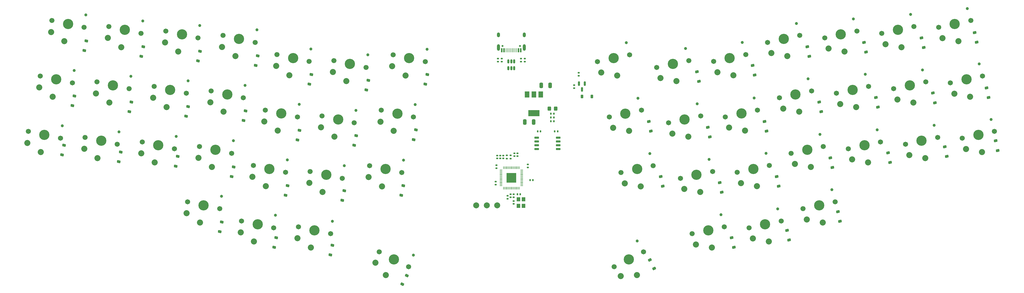
<source format=gbr>
%TF.GenerationSoftware,KiCad,Pcbnew,7.0.2*%
%TF.CreationDate,2024-09-14T12:10:16+10:00*%
%TF.ProjectId,keyboard,6b657962-6f61-4726-942e-6b696361645f,v1.0.0*%
%TF.SameCoordinates,Original*%
%TF.FileFunction,Soldermask,Bot*%
%TF.FilePolarity,Negative*%
%FSLAX46Y46*%
G04 Gerber Fmt 4.6, Leading zero omitted, Abs format (unit mm)*
G04 Created by KiCad (PCBNEW 7.0.2) date 2024-09-14 12:10:16*
%MOMM*%
%LPD*%
G01*
G04 APERTURE LIST*
G04 Aperture macros list*
%AMRoundRect*
0 Rectangle with rounded corners*
0 $1 Rounding radius*
0 $2 $3 $4 $5 $6 $7 $8 $9 X,Y pos of 4 corners*
0 Add a 4 corners polygon primitive as box body*
4,1,4,$2,$3,$4,$5,$6,$7,$8,$9,$2,$3,0*
0 Add four circle primitives for the rounded corners*
1,1,$1+$1,$2,$3*
1,1,$1+$1,$4,$5*
1,1,$1+$1,$6,$7*
1,1,$1+$1,$8,$9*
0 Add four rect primitives between the rounded corners*
20,1,$1+$1,$2,$3,$4,$5,0*
20,1,$1+$1,$4,$5,$6,$7,0*
20,1,$1+$1,$6,$7,$8,$9,0*
20,1,$1+$1,$8,$9,$2,$3,0*%
G04 Aperture macros list end*
%ADD10C,1.701800*%
%ADD11C,3.429000*%
%ADD12C,0.990600*%
%ADD13C,2.032000*%
%ADD14RoundRect,0.225000X-0.231980X0.370723X-0.436275X-0.030230X0.231980X-0.370723X0.436275X0.030230X0*%
%ADD15RoundRect,0.135000X-0.135000X-0.185000X0.135000X-0.185000X0.135000X0.185000X-0.135000X0.185000X0*%
%ADD16RoundRect,0.225000X0.413585X-0.142116X0.320025X0.298050X-0.413585X0.142116X-0.320025X-0.298050X0*%
%ADD17RoundRect,0.140000X0.170000X-0.140000X0.170000X0.140000X-0.170000X0.140000X-0.170000X-0.140000X0*%
%ADD18RoundRect,0.225000X-0.436275X0.030230X-0.231980X-0.370723X0.436275X-0.030230X0.231980X0.370723X0*%
%ADD19C,0.650000*%
%ADD20R,0.250000X1.450000*%
%ADD21R,0.300000X1.450000*%
%ADD22RoundRect,0.500000X0.000000X-0.300000X0.000000X-0.300000X0.000000X0.300000X0.000000X0.300000X0*%
%ADD23RoundRect,0.500000X0.000000X-0.600000X0.000000X-0.600000X0.000000X0.600000X0.000000X0.600000X0*%
%ADD24RoundRect,0.225000X0.320025X-0.298050X0.413585X0.142116X-0.320025X0.298050X-0.413585X-0.142116X0*%
%ADD25RoundRect,0.140000X0.140000X0.170000X-0.140000X0.170000X-0.140000X-0.170000X0.140000X-0.170000X0*%
%ADD26RoundRect,0.150000X0.650000X0.150000X-0.650000X0.150000X-0.650000X-0.150000X0.650000X-0.150000X0*%
%ADD27RoundRect,0.135000X-0.185000X0.135000X-0.185000X-0.135000X0.185000X-0.135000X0.185000X0.135000X0*%
%ADD28RoundRect,0.050000X0.387500X0.050000X-0.387500X0.050000X-0.387500X-0.050000X0.387500X-0.050000X0*%
%ADD29RoundRect,0.050000X0.050000X0.387500X-0.050000X0.387500X-0.050000X-0.387500X0.050000X-0.387500X0*%
%ADD30R,3.200000X3.200000*%
%ADD31RoundRect,0.225000X-0.320025X0.298050X-0.413585X-0.142116X0.320025X-0.298050X0.413585X0.142116X0*%
%ADD32RoundRect,0.250000X0.325000X0.650000X-0.325000X0.650000X-0.325000X-0.650000X0.325000X-0.650000X0*%
%ADD33RoundRect,0.250000X-0.325000X-0.450000X0.325000X-0.450000X0.325000X0.450000X-0.325000X0.450000X0*%
%ADD34RoundRect,0.225000X-0.413585X0.142116X-0.320025X-0.298050X0.413585X-0.142116X0.320025X0.298050X0*%
%ADD35RoundRect,0.140000X-0.170000X0.140000X-0.170000X-0.140000X0.170000X-0.140000X0.170000X0.140000X0*%
%ADD36RoundRect,0.225000X0.225000X0.375000X-0.225000X0.375000X-0.225000X-0.375000X0.225000X-0.375000X0*%
%ADD37C,2.000000*%
%ADD38RoundRect,0.150000X-0.150000X0.587500X-0.150000X-0.587500X0.150000X-0.587500X0.150000X0.587500X0*%
%ADD39RoundRect,0.135000X0.135000X0.185000X-0.135000X0.185000X-0.135000X-0.185000X0.135000X-0.185000X0*%
%ADD40R,1.200000X1.400000*%
%ADD41RoundRect,0.135000X0.185000X-0.135000X0.185000X0.135000X-0.185000X0.135000X-0.185000X-0.135000X0*%
%ADD42RoundRect,0.250000X-0.325000X-0.650000X0.325000X-0.650000X0.325000X0.650000X-0.325000X0.650000X0*%
%ADD43RoundRect,0.150000X-0.150000X0.512500X-0.150000X-0.512500X0.150000X-0.512500X0.150000X0.512500X0*%
%ADD44R,1.500000X2.000000*%
%ADD45R,3.800000X2.000000*%
%ADD46RoundRect,0.140000X-0.140000X-0.170000X0.140000X-0.170000X0.140000X0.170000X-0.140000X0.170000X0*%
G04 APERTURE END LIST*
D10*
%TO.C,SW41*%
X309997889Y-159127805D03*
D11*
X315377701Y-157984291D03*
D12*
X319610402Y-152790772D03*
D10*
X320757513Y-156840777D03*
D13*
X316604380Y-163755362D03*
X311277027Y-162740810D03*
%TD*%
D10*
%TO.C,SW38*%
X298146922Y-103373392D03*
D11*
X303526734Y-102229878D03*
D12*
X307759435Y-97036359D03*
D10*
X308906546Y-101086364D03*
D13*
X304753413Y-108000949D03*
X299426060Y-106986397D03*
%TD*%
D10*
%TO.C,SW47*%
X344256734Y-137533094D03*
D11*
X349636546Y-136389580D03*
D12*
X353869247Y-131196061D03*
D10*
X355016358Y-135246066D03*
D13*
X350863225Y-142160651D03*
X345535872Y-141146099D03*
%TD*%
D10*
%TO.C,SW50*%
X363257362Y-135539067D03*
D11*
X368637174Y-134395553D03*
D12*
X372869875Y-129202034D03*
D10*
X374016986Y-133252039D03*
D13*
X369863853Y-140166624D03*
X364536500Y-139152072D03*
%TD*%
D10*
%TO.C,SW49*%
X359307039Y-116954263D03*
D11*
X364686851Y-115810749D03*
D12*
X368919552Y-110617230D03*
D10*
X370066663Y-114667235D03*
D13*
X365913530Y-121581820D03*
X360586177Y-120567268D03*
%TD*%
D10*
%TO.C,SW26*%
X168266065Y-173611179D03*
D11*
X173166601Y-176108127D03*
D12*
X179724415Y-174735730D03*
D10*
X178067137Y-178605075D03*
D13*
X170488057Y-181365065D03*
X166986404Y-177223999D03*
%TD*%
D10*
%TO.C,SW32*%
X268981913Y-148932719D03*
D11*
X274361725Y-147789205D03*
D12*
X278594426Y-142595686D03*
D10*
X279741537Y-146645691D03*
D13*
X275588404Y-153560276D03*
X270261051Y-152545724D03*
%TD*%
D10*
%TO.C,SW1*%
X241248995Y-109844546D03*
D11*
X246628807Y-108701032D03*
D12*
X250861508Y-103507513D03*
D10*
X252008619Y-107557518D03*
D13*
X247855486Y-114472103D03*
X242528133Y-113457551D03*
%TD*%
D10*
%TO.C,SW16*%
X130130319Y-126066859D03*
D11*
X135510131Y-127210373D03*
D12*
X141489291Y-124187452D03*
D10*
X140889943Y-128353887D03*
D13*
X134283452Y-132981444D03*
X129829329Y-129887775D03*
%TD*%
D10*
%TO.C,SW6*%
X73856127Y-116661262D03*
D11*
X79235939Y-117804776D03*
D12*
X85215099Y-114781855D03*
D10*
X84615751Y-118948290D03*
D13*
X78009260Y-123575847D03*
X73555137Y-120482178D03*
%TD*%
D10*
%TO.C,SW15*%
X134080641Y-107482055D03*
D11*
X139460453Y-108625569D03*
D12*
X145439613Y-105602648D03*
D10*
X144840265Y-109769083D03*
D13*
X138233774Y-114396640D03*
X133779651Y-111302971D03*
%TD*%
D10*
%TO.C,SW8*%
X96911033Y-99581411D03*
D11*
X102290845Y-100724925D03*
D12*
X108270005Y-97702004D03*
D10*
X107670657Y-101868439D03*
D13*
X101064166Y-106495996D03*
X96610043Y-103402327D03*
%TD*%
D10*
%TO.C,SW45*%
X336356089Y-100363486D03*
D11*
X341735901Y-99219972D03*
D12*
X345968602Y-94026453D03*
D10*
X347115713Y-98076458D03*
D13*
X342962580Y-104991043D03*
X337635227Y-103976491D03*
%TD*%
D10*
%TO.C,SW42*%
X317251506Y-101868439D03*
D11*
X322631318Y-100724925D03*
D12*
X326864019Y-95531406D03*
D10*
X328011130Y-99581411D03*
D13*
X323857997Y-106495996D03*
X318530644Y-105481444D03*
%TD*%
D10*
%TO.C,SW4*%
X50905177Y-133252039D03*
D11*
X56284989Y-134395553D03*
D12*
X62264149Y-131372632D03*
D10*
X61664801Y-135539067D03*
D13*
X55058310Y-140166624D03*
X50604187Y-137072955D03*
%TD*%
D10*
%TO.C,SW13*%
X108114972Y-138255973D03*
D11*
X113494784Y-139399487D03*
D12*
X119473944Y-136376566D03*
D10*
X118874596Y-140543001D03*
D13*
X112268105Y-145170558D03*
X107813982Y-142076889D03*
%TD*%
D10*
%TO.C,SW2*%
X58805821Y-96082431D03*
D11*
X64185633Y-97225945D03*
D12*
X70164793Y-94203024D03*
D10*
X69565445Y-98369459D03*
D13*
X62958954Y-102997016D03*
X58504831Y-99903347D03*
%TD*%
D10*
%TO.C,SW22*%
X141230303Y-165230495D03*
D11*
X146610115Y-166374009D03*
D12*
X152589275Y-163351088D03*
D10*
X151989927Y-167517523D03*
D13*
X145383436Y-172145080D03*
X140929313Y-169051411D03*
%TD*%
D10*
%TO.C,SW25*%
X165012900Y-144727127D03*
D11*
X170392712Y-145870641D03*
D12*
X176371872Y-142847720D03*
D10*
X175772524Y-147014155D03*
D13*
X169166033Y-151641712D03*
X164711910Y-148548043D03*
%TD*%
D10*
%TO.C,SW36*%
X287982541Y-146938692D03*
D11*
X293362353Y-145795178D03*
D12*
X297595054Y-140601659D03*
D10*
X298742165Y-144651664D03*
D13*
X294589032Y-151566249D03*
X289261679Y-150551697D03*
%TD*%
D10*
%TO.C,SW24*%
X168963222Y-126142323D03*
D11*
X174343034Y-127285837D03*
D12*
X180322194Y-124262916D03*
D10*
X179722846Y-128429351D03*
D13*
X173116355Y-133056908D03*
X168662232Y-129963239D03*
%TD*%
D10*
%TO.C,SW20*%
X149130947Y-128060886D03*
D11*
X154510759Y-129204400D03*
D12*
X160489919Y-126181479D03*
D10*
X159890571Y-130347914D03*
D13*
X153284080Y-134975471D03*
X148829957Y-131881802D03*
%TD*%
D10*
%TO.C,SW11*%
X116015616Y-101086364D03*
D11*
X121395428Y-102229878D03*
D12*
X127374588Y-99206957D03*
D10*
X126775240Y-103373392D03*
D13*
X120168749Y-108000949D03*
X115714626Y-104907280D03*
%TD*%
D10*
%TO.C,SW46*%
X340306412Y-118948290D03*
D11*
X345686224Y-117804776D03*
D12*
X349918925Y-112611257D03*
D10*
X351066036Y-116661262D03*
D13*
X346912903Y-123575847D03*
X341585550Y-122561295D03*
%TD*%
D10*
%TO.C,SW14*%
X104164650Y-156840777D03*
D11*
X109544462Y-157984291D03*
D12*
X115523622Y-154961370D03*
D10*
X114924274Y-159127805D03*
D13*
X108317783Y-163755362D03*
X103863660Y-160661693D03*
%TD*%
D10*
%TO.C,SW27*%
X245199317Y-128429351D03*
D11*
X250579129Y-127285837D03*
D12*
X254811830Y-122092318D03*
D10*
X255958941Y-126142323D03*
D13*
X251805808Y-133056908D03*
X246478455Y-132042356D03*
%TD*%
D10*
%TO.C,SW37*%
X291932863Y-165523496D03*
D11*
X297312675Y-164379982D03*
D12*
X301545376Y-159186463D03*
D10*
X302692487Y-163236468D03*
D13*
X298539354Y-170151053D03*
X293212001Y-169136501D03*
%TD*%
D10*
%TO.C,SW18*%
X122229675Y-163236468D03*
D11*
X127609487Y-164379982D03*
D12*
X133588647Y-161357061D03*
D10*
X132989299Y-165523496D03*
D13*
X126382808Y-170151053D03*
X121928685Y-167057384D03*
%TD*%
D10*
%TO.C,SW28*%
X249149639Y-147014155D03*
D11*
X254529451Y-145870641D03*
D12*
X258762152Y-140677122D03*
D10*
X259909263Y-144727127D03*
D13*
X255756130Y-151641712D03*
X250428777Y-150627160D03*
%TD*%
D10*
%TO.C,SW39*%
X302097244Y-121958196D03*
D11*
X307477056Y-120814682D03*
D12*
X311709757Y-115621163D03*
D10*
X312856868Y-119671168D03*
D13*
X308703735Y-126585753D03*
X303376382Y-125571201D03*
%TD*%
D10*
%TO.C,SW23*%
X172913544Y-107557518D03*
D11*
X178293356Y-108701032D03*
D12*
X184272516Y-105678111D03*
D10*
X183673168Y-109844546D03*
D13*
X177066677Y-114472103D03*
X172612554Y-111378434D03*
%TD*%
D10*
%TO.C,SW12*%
X112065294Y-119671168D03*
D11*
X117445106Y-120814682D03*
D12*
X123424266Y-117791761D03*
D10*
X122824918Y-121958196D03*
D13*
X116218427Y-126585753D03*
X111764304Y-123492084D03*
%TD*%
D10*
%TO.C,SW48*%
X355356717Y-98369459D03*
D11*
X360736529Y-97225945D03*
D12*
X364969230Y-92032426D03*
D10*
X366116341Y-96082431D03*
D13*
X361963208Y-102997016D03*
X356635855Y-101982464D03*
%TD*%
D10*
%TO.C,SW29*%
X246855025Y-178605075D03*
D11*
X251755561Y-176108127D03*
D12*
X254499855Y-169996069D03*
D10*
X256656097Y-173611179D03*
D13*
X254434105Y-181365065D03*
X249025692Y-181763904D03*
%TD*%
D10*
%TO.C,SW31*%
X265031591Y-130347914D03*
D11*
X270411403Y-129204400D03*
D12*
X274644104Y-124010881D03*
D10*
X275791215Y-128060886D03*
D13*
X271638082Y-134975471D03*
X266310729Y-133960919D03*
%TD*%
D10*
%TO.C,SW44*%
X325152150Y-139038047D03*
D11*
X330531962Y-137894533D03*
D12*
X334764663Y-132701014D03*
D10*
X335911774Y-136751019D03*
D13*
X331758641Y-143665604D03*
X326431288Y-142651052D03*
%TD*%
D10*
%TO.C,SW5*%
X77806449Y-98076458D03*
D11*
X83186261Y-99219972D03*
D12*
X89165421Y-96197051D03*
D10*
X88566073Y-100363486D03*
D13*
X81959582Y-104991043D03*
X77505459Y-101897374D03*
%TD*%
D10*
%TO.C,SW3*%
X54855499Y-114667235D03*
D11*
X60235311Y-115810749D03*
D12*
X66214471Y-112787828D03*
D10*
X65615123Y-116954263D03*
D13*
X59008632Y-121581820D03*
X54554509Y-118488151D03*
%TD*%
D10*
%TO.C,SW35*%
X284032219Y-128353887D03*
D11*
X289412031Y-127210373D03*
D12*
X293644732Y-122016854D03*
D10*
X294791843Y-126066859D03*
D13*
X290638710Y-132981444D03*
X285311357Y-131966892D03*
%TD*%
D10*
%TO.C,SW43*%
X321201828Y-120453243D03*
D11*
X326581640Y-119309729D03*
D12*
X330814341Y-114116210D03*
D10*
X331961452Y-118166215D03*
D13*
X327808319Y-125080800D03*
X322480966Y-124066248D03*
%TD*%
D10*
%TO.C,SW7*%
X69905805Y-135246066D03*
D11*
X75285617Y-136389580D03*
D12*
X81264777Y-133366659D03*
D10*
X80665429Y-137533094D03*
D13*
X74058938Y-142160651D03*
X69604815Y-139066982D03*
%TD*%
D10*
%TO.C,SW40*%
X306047566Y-140543001D03*
D11*
X311427378Y-139399487D03*
D12*
X315660079Y-134205968D03*
D10*
X316807190Y-138255973D03*
D13*
X312654057Y-145170558D03*
X307326704Y-144156006D03*
%TD*%
D10*
%TO.C,SW21*%
X145180625Y-146645691D03*
D11*
X150560437Y-147789205D03*
D12*
X156539597Y-144766284D03*
D10*
X155940249Y-148932719D03*
D13*
X149333758Y-153560276D03*
X144879635Y-150466607D03*
%TD*%
D10*
%TO.C,SW10*%
X89010388Y-136751019D03*
D11*
X94390200Y-137894533D03*
D12*
X100369360Y-134871612D03*
D10*
X99770012Y-139038047D03*
D13*
X93163521Y-143665604D03*
X88709398Y-140571935D03*
%TD*%
D10*
%TO.C,SW34*%
X280081897Y-109769083D03*
D11*
X285461709Y-108625569D03*
D12*
X289694410Y-103432050D03*
D10*
X290841521Y-107482055D03*
D13*
X286688388Y-114396640D03*
X281361035Y-113382088D03*
%TD*%
D10*
%TO.C,SW33*%
X272932236Y-167517523D03*
D11*
X278312048Y-166374009D03*
D12*
X282544749Y-161180490D03*
D10*
X283691860Y-165230495D03*
D13*
X279538727Y-172145080D03*
X274211374Y-171130528D03*
%TD*%
D10*
%TO.C,SW30*%
X261081269Y-111763110D03*
D11*
X266461081Y-110619596D03*
D12*
X270693782Y-105426077D03*
D10*
X271840893Y-109476082D03*
D13*
X267687760Y-116390667D03*
X262360407Y-115376115D03*
%TD*%
D10*
%TO.C,SW17*%
X126179997Y-144651664D03*
D11*
X131559809Y-145795178D03*
D12*
X137538969Y-142772257D03*
D10*
X136939621Y-146938692D03*
D13*
X130333130Y-151566249D03*
X125879007Y-148472580D03*
%TD*%
D10*
%TO.C,SW9*%
X92960711Y-118166215D03*
D11*
X98340523Y-119309729D03*
D12*
X104319683Y-116286808D03*
D10*
X103720335Y-120453243D03*
D13*
X97113844Y-125080800D03*
X92659721Y-121987131D03*
%TD*%
D10*
%TO.C,SW19*%
X153081269Y-109476082D03*
D11*
X158461081Y-110619596D03*
D12*
X164440241Y-107596675D03*
D10*
X163840893Y-111763110D03*
D13*
X157234402Y-116390667D03*
X152780279Y-113296998D03*
%TD*%
D14*
%TO.C,D26*%
X177499084Y-181529839D03*
X176000916Y-184470161D03*
%TD*%
D15*
%TO.C,R8*%
X226951078Y-133250000D03*
X227971078Y-133250000D03*
%TD*%
D16*
%TO.C,D38*%
X305343054Y-169613944D03*
X304656946Y-166386056D03*
%TD*%
D17*
%TO.C,C10*%
X213461078Y-141542500D03*
X213461078Y-140582500D03*
%TD*%
D18*
%TO.C,D30*%
X258750916Y-176279839D03*
X260249084Y-179220161D03*
%TD*%
D19*
%TO.C,J1*%
X209527159Y-104562500D03*
X215327159Y-104562500D03*
D20*
X209052159Y-106012500D03*
X209852159Y-106012500D03*
X211177159Y-106012500D03*
X212177159Y-106012500D03*
X212677159Y-106012500D03*
X213677159Y-106012500D03*
X215002159Y-106012500D03*
X215802159Y-106012500D03*
D21*
X215527159Y-106012500D03*
X214727159Y-106012500D03*
D20*
X214177159Y-106012500D03*
X213177159Y-106012500D03*
X211677159Y-106012500D03*
X210677159Y-106012500D03*
D21*
X210127159Y-106012500D03*
X209327159Y-106012500D03*
D22*
X208107159Y-100912500D03*
D23*
X208107159Y-105092500D03*
D22*
X216747159Y-100912500D03*
D23*
X216747159Y-105092500D03*
%TD*%
D16*
%TO.C,D43*%
X331093054Y-106613944D03*
X330406946Y-103386056D03*
%TD*%
D24*
%TO.C,D3*%
X65656946Y-124613944D03*
X66343054Y-121386056D03*
%TD*%
D16*
%TO.C,D39*%
X312093054Y-108113944D03*
X311406946Y-104886056D03*
%TD*%
D24*
%TO.C,D25*%
X175656946Y-154613944D03*
X176343054Y-151386056D03*
%TD*%
D25*
%TO.C,C3*%
X215441078Y-154312500D03*
X214481078Y-154312500D03*
%TD*%
D26*
%TO.C,U3*%
X228100000Y-135345000D03*
X228100000Y-136615000D03*
X228100000Y-137885000D03*
X228100000Y-139155000D03*
X220900000Y-139155000D03*
X220900000Y-137885000D03*
X220900000Y-136615000D03*
X220900000Y-135345000D03*
%TD*%
D24*
%TO.C,D5*%
X88656946Y-108113944D03*
X89343054Y-104886056D03*
%TD*%
D27*
%TO.C,R4*%
X215711078Y-108802500D03*
X215711078Y-109822500D03*
%TD*%
D17*
%TO.C,C9*%
X208711078Y-142292500D03*
X208711078Y-141332500D03*
%TD*%
D28*
%TO.C,U4*%
X215898578Y-146212500D03*
X215898578Y-146612500D03*
X215898578Y-147012500D03*
X215898578Y-147412500D03*
X215898578Y-147812500D03*
X215898578Y-148212500D03*
X215898578Y-148612500D03*
X215898578Y-149012500D03*
X215898578Y-149412500D03*
X215898578Y-149812500D03*
X215898578Y-150212500D03*
X215898578Y-150612500D03*
X215898578Y-151012500D03*
X215898578Y-151412500D03*
D29*
X215061078Y-152250000D03*
X214661078Y-152250000D03*
X214261078Y-152250000D03*
X213861078Y-152250000D03*
X213461078Y-152250000D03*
X213061078Y-152250000D03*
X212661078Y-152250000D03*
X212261078Y-152250000D03*
X211861078Y-152250000D03*
X211461078Y-152250000D03*
X211061078Y-152250000D03*
X210661078Y-152250000D03*
X210261078Y-152250000D03*
X209861078Y-152250000D03*
D28*
X209023578Y-151412500D03*
X209023578Y-151012500D03*
X209023578Y-150612500D03*
X209023578Y-150212500D03*
X209023578Y-149812500D03*
X209023578Y-149412500D03*
X209023578Y-149012500D03*
X209023578Y-148612500D03*
X209023578Y-148212500D03*
X209023578Y-147812500D03*
X209023578Y-147412500D03*
X209023578Y-147012500D03*
X209023578Y-146612500D03*
X209023578Y-146212500D03*
D29*
X209861078Y-145375000D03*
X210261078Y-145375000D03*
X210661078Y-145375000D03*
X211061078Y-145375000D03*
X211461078Y-145375000D03*
X211861078Y-145375000D03*
X212261078Y-145375000D03*
X212661078Y-145375000D03*
X213061078Y-145375000D03*
X213461078Y-145375000D03*
X213861078Y-145375000D03*
X214261078Y-145375000D03*
X214661078Y-145375000D03*
X215061078Y-145375000D03*
D30*
X212461078Y-148812500D03*
%TD*%
D16*
%TO.C,D34*%
X286843054Y-172113944D03*
X286156946Y-168886056D03*
%TD*%
D31*
%TO.C,D14*%
X115593054Y-163636056D03*
X114906946Y-166863944D03*
%TD*%
D16*
%TO.C,D42*%
X322343054Y-163363944D03*
X321656946Y-160136056D03*
%TD*%
D27*
%TO.C,R13*%
X210961078Y-141302500D03*
X210961078Y-142322500D03*
%TD*%
D16*
%TO.C,D44*%
X335093054Y-125113944D03*
X334406946Y-121886056D03*
%TD*%
D24*
%TO.C,D11*%
X126906946Y-111113944D03*
X127593054Y-107886056D03*
%TD*%
D16*
%TO.C,D50*%
X372093054Y-121863944D03*
X371406946Y-118636056D03*
%TD*%
D32*
%TO.C,C16*%
X219936078Y-130062500D03*
X216986078Y-130062500D03*
%TD*%
D33*
%TO.C,D1*%
X225186078Y-125562500D03*
X227236078Y-125562500D03*
%TD*%
D17*
%TO.C,C12*%
X207461078Y-145542500D03*
X207461078Y-144582500D03*
%TD*%
D27*
%TO.C,R12*%
X212211078Y-141302500D03*
X212211078Y-142322500D03*
%TD*%
D34*
%TO.C,D48*%
X357406946Y-138386056D03*
X358093054Y-141613944D03*
%TD*%
D24*
%TO.C,D12*%
X122906946Y-129613944D03*
X123593054Y-126386056D03*
%TD*%
%TO.C,D7*%
X81156946Y-143363944D03*
X81843054Y-140136056D03*
%TD*%
%TO.C,D10*%
X100156946Y-144863944D03*
X100843054Y-141636056D03*
%TD*%
%TO.C,D16*%
X140906946Y-136113944D03*
X141593054Y-132886056D03*
%TD*%
%TO.C,D9*%
X103656946Y-128113944D03*
X104343054Y-124886056D03*
%TD*%
D35*
%TO.C,C4*%
X213211078Y-156582500D03*
X213211078Y-157542500D03*
%TD*%
D16*
%TO.C,D47*%
X354093054Y-123613944D03*
X353406946Y-120386056D03*
%TD*%
D35*
%TO.C,C13*%
X207211078Y-150082500D03*
X207211078Y-151042500D03*
%TD*%
D36*
%TO.C,D27*%
X239400000Y-121500000D03*
X236100000Y-121500000D03*
%TD*%
D24*
%TO.C,D19*%
X163906946Y-119363944D03*
X164593054Y-116136056D03*
%TD*%
D16*
%TO.C,D49*%
X368093054Y-103363944D03*
X367406946Y-100136056D03*
%TD*%
D37*
%TO.C,TP2*%
X207711078Y-158062500D03*
%TD*%
D24*
%TO.C,D15*%
X144906946Y-117363944D03*
X145593054Y-114136056D03*
%TD*%
D16*
%TO.C,D35*%
X293843054Y-114363944D03*
X293156946Y-111136056D03*
%TD*%
%TO.C,D32*%
X278843054Y-135113944D03*
X278156946Y-131886056D03*
%TD*%
D34*
%TO.C,D51*%
X374406946Y-136386056D03*
X375093054Y-139613944D03*
%TD*%
D16*
%TO.C,D31*%
X275186108Y-116477888D03*
X274500000Y-113250000D03*
%TD*%
D17*
%TO.C,C7*%
X217961078Y-145292500D03*
X217961078Y-144332500D03*
%TD*%
D38*
%TO.C,Q1*%
X235100000Y-117250000D03*
X237000000Y-117250000D03*
X236050000Y-119125000D03*
%TD*%
D39*
%TO.C,R2*%
X226721078Y-128562500D03*
X225701078Y-128562500D03*
%TD*%
D16*
%TO.C,D28*%
X259093054Y-133113944D03*
X258406946Y-129886056D03*
%TD*%
%TO.C,D33*%
X282843054Y-153613944D03*
X282156946Y-150386056D03*
%TD*%
D24*
%TO.C,D6*%
X84656946Y-126613944D03*
X85343054Y-123386056D03*
%TD*%
D40*
%TO.C,Y1*%
X216561078Y-155962500D03*
X216561078Y-158162500D03*
X214861078Y-158162500D03*
X214861078Y-155962500D03*
%TD*%
D15*
%TO.C,R1*%
X225701078Y-129812500D03*
X226721078Y-129812500D03*
%TD*%
D41*
%TO.C,R11*%
X213211078Y-155322500D03*
X213211078Y-154302500D03*
%TD*%
D17*
%TO.C,C2*%
X214461078Y-141542500D03*
X214461078Y-140582500D03*
%TD*%
D16*
%TO.C,D41*%
X319843054Y-145363944D03*
X319156946Y-142136056D03*
%TD*%
D35*
%TO.C,C6*%
X211211078Y-154832500D03*
X211211078Y-155792500D03*
%TD*%
D16*
%TO.C,D40*%
X316093054Y-126613944D03*
X315406946Y-123386056D03*
%TD*%
%TO.C,D29*%
X263093054Y-151613944D03*
X262406946Y-148386056D03*
%TD*%
%TO.C,D37*%
X301843054Y-151613944D03*
X301156946Y-148386056D03*
%TD*%
D24*
%TO.C,D13*%
X118906946Y-148363944D03*
X119593054Y-145136056D03*
%TD*%
%TO.C,D21*%
X155906946Y-156363944D03*
X156593054Y-153136056D03*
%TD*%
D35*
%TO.C,C15*%
X212211078Y-154332500D03*
X212211078Y-155292500D03*
%TD*%
D27*
%TO.C,R5*%
X216976078Y-108802500D03*
X216976078Y-109822500D03*
%TD*%
D24*
%TO.C,D2*%
X69656946Y-106113944D03*
X70343054Y-102886056D03*
%TD*%
D42*
%TO.C,C1*%
X222486078Y-117812500D03*
X225436078Y-117812500D03*
%TD*%
D37*
%TO.C,TP1*%
X204211078Y-158062500D03*
%TD*%
D16*
%TO.C,D46*%
X350343054Y-105113944D03*
X349656946Y-101886056D03*
%TD*%
D43*
%TO.C,U2*%
X211477156Y-109775000D03*
X212427156Y-109775000D03*
X213377156Y-109775000D03*
X213377156Y-112050000D03*
X212427156Y-112050000D03*
X211477156Y-112050000D03*
%TD*%
D17*
%TO.C,C8*%
X209711078Y-142292500D03*
X209711078Y-141332500D03*
%TD*%
D44*
%TO.C,U1*%
X217700000Y-120850000D03*
X220000000Y-120850000D03*
D45*
X220000000Y-127150000D03*
D44*
X222300000Y-120850000D03*
%TD*%
D37*
%TO.C,TP3*%
X200711078Y-158062500D03*
%TD*%
D46*
%TO.C,C14*%
X218731078Y-149562500D03*
X219691078Y-149562500D03*
%TD*%
D24*
%TO.C,D20*%
X159906946Y-137863944D03*
X160593054Y-134636056D03*
%TD*%
D15*
%TO.C,R3*%
X225701078Y-127312500D03*
X226721078Y-127312500D03*
%TD*%
D17*
%TO.C,C11*%
X207711078Y-142292500D03*
X207711078Y-141332500D03*
%TD*%
D41*
%TO.C,R10*%
X233461078Y-118760000D03*
X233461078Y-117740000D03*
%TD*%
D16*
%TO.C,D45*%
X339093054Y-143613944D03*
X338406946Y-140386056D03*
%TD*%
D24*
%TO.C,D17*%
X136906946Y-154613944D03*
X137593054Y-151386056D03*
%TD*%
%TO.C,D23*%
X183656946Y-117363944D03*
X184343054Y-114136056D03*
%TD*%
D46*
%TO.C,C5*%
X221270000Y-133250000D03*
X222230000Y-133250000D03*
%TD*%
D27*
%TO.C,R9*%
X235000000Y-113552500D03*
X235000000Y-114572500D03*
%TD*%
D24*
%TO.C,D8*%
X107656946Y-109613944D03*
X108343054Y-106386056D03*
%TD*%
D27*
%TO.C,R7*%
X209211078Y-108802500D03*
X209211078Y-109822500D03*
%TD*%
D16*
%TO.C,D36*%
X297843054Y-133113944D03*
X297156946Y-129886056D03*
%TD*%
D24*
%TO.C,D4*%
X62156946Y-141113944D03*
X62843054Y-137886056D03*
%TD*%
D31*
%TO.C,D18*%
X133843054Y-168886056D03*
X133156946Y-172113944D03*
%TD*%
D27*
%TO.C,R6*%
X207961078Y-108802500D03*
X207961078Y-109822500D03*
%TD*%
D24*
%TO.C,D24*%
X179813892Y-135977888D03*
X180500000Y-132750000D03*
%TD*%
%TO.C,D22*%
X151906946Y-174613944D03*
X152593054Y-171386056D03*
%TD*%
M02*

</source>
